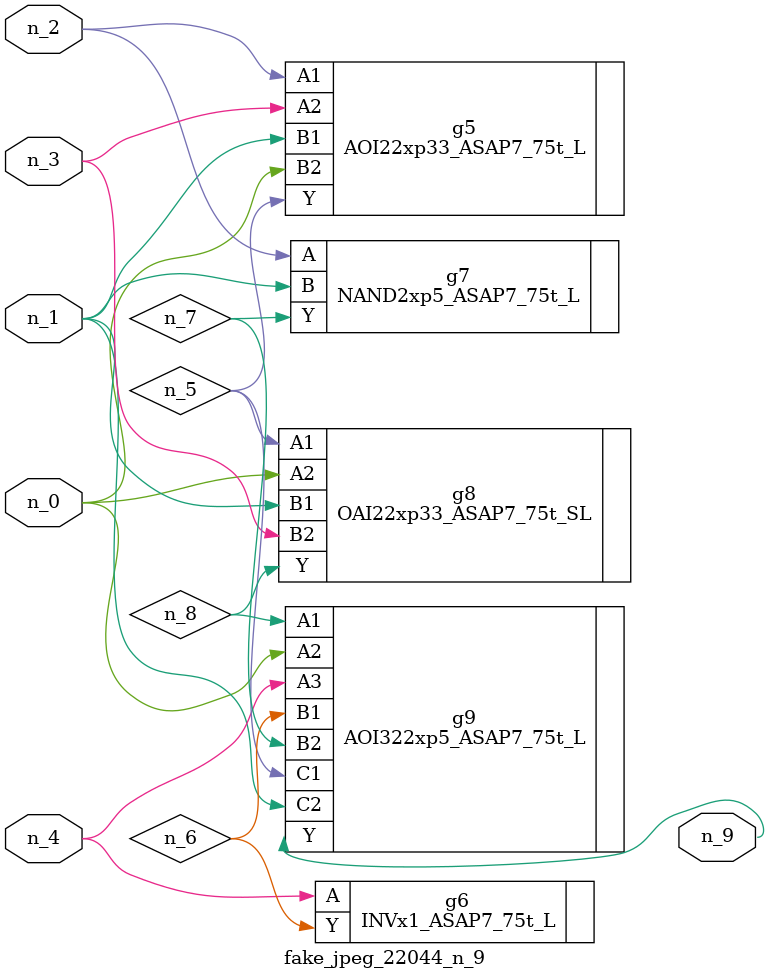
<source format=v>
module fake_jpeg_22044_n_9 (n_3, n_2, n_1, n_0, n_4, n_9);

input n_3;
input n_2;
input n_1;
input n_0;
input n_4;

output n_9;

wire n_8;
wire n_6;
wire n_5;
wire n_7;

AOI22xp33_ASAP7_75t_L g5 ( 
.A1(n_2),
.A2(n_3),
.B1(n_1),
.B2(n_0),
.Y(n_5)
);

INVx1_ASAP7_75t_L g6 ( 
.A(n_4),
.Y(n_6)
);

NAND2xp5_ASAP7_75t_L g7 ( 
.A(n_2),
.B(n_1),
.Y(n_7)
);

OAI22xp33_ASAP7_75t_SL g8 ( 
.A1(n_5),
.A2(n_0),
.B1(n_1),
.B2(n_3),
.Y(n_8)
);

AOI322xp5_ASAP7_75t_L g9 ( 
.A1(n_8),
.A2(n_0),
.A3(n_4),
.B1(n_6),
.B2(n_7),
.C1(n_5),
.C2(n_1),
.Y(n_9)
);


endmodule
</source>
